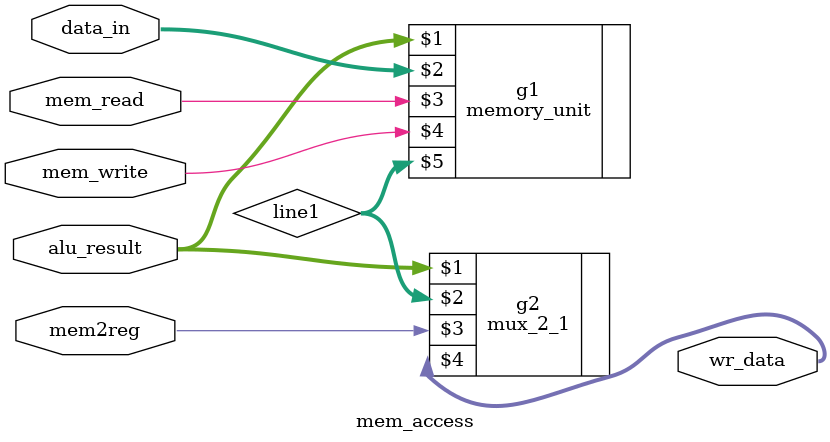
<source format=sv>
module mem_access #(parameter N=32) (input logic [N-1:0]data_in,alu_result,input logic mem_read,mem_write,mem2reg,output logic [N-1:0]wr_data);
wire [N-1:0]line1;
memory_unit g1(alu_result,data_in,mem_read,mem_write,line1);
mux_2_1 g2(alu_result,line1,mem2reg,wr_data);
endmodule
</source>
